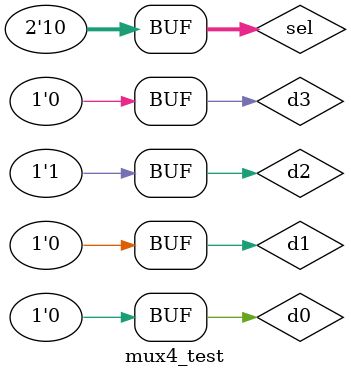
<source format=sv>
module mux4_test;

    // ------------------ Signal declarations ------------------
    // Gate output wires
    logic z;

    // Gate inputs
    logic d0;
    logic d1;
    logic d2;
    logic d3;
    logic [1:0] sel;

	// ------------------ Gate instantiations ------------------
    // For this gate we override the default delays with: Tpdlh=6, Tpdhl=6
    mux4 mux4_inst (
			.d0(d0),
			.d1(d1),
			.d2(d2),
			.d3(d3),
			.z(z),
			.sel(sel)
		);
	
	initial begin
		d0 = 1'b0;
		d1 = 1'b0;
		d2 = 1'b1;
		d3 = 1'b0;
		sel = 2'b10;
		
		#10
		d0 = 1'b0;
		d1 = 1'b0;
		d2 = 1'b1;
		d3 = 1'b0;
		sel = 2'b11;
		
		#10
		d0 = 1'b0;
		d1 = 1'b0;
		d2 = 1'b1;
		d3 = 1'b0;
		sel = 2'b10;
	end

endmodule

</source>
